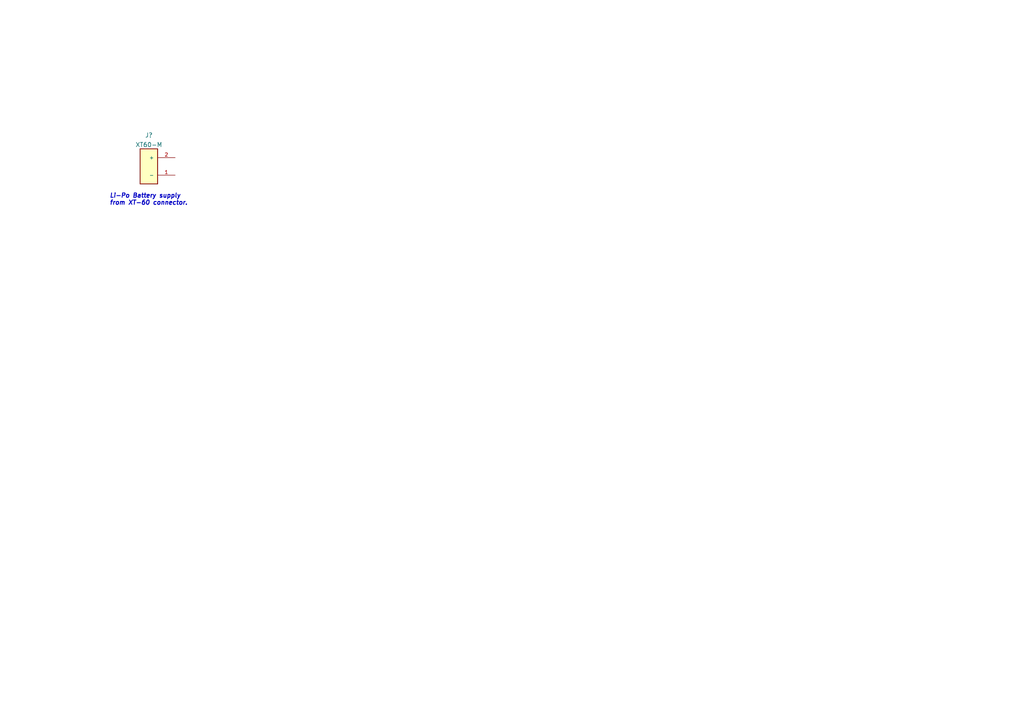
<source format=kicad_sch>
(kicad_sch (version 20211123) (generator eeschema)
  (paper "A4")
  (lib_symbols
    (symbol "XT60-M:XT60-M" (pin_names (offset 1.016))
      (property "Reference" "J" (at -2.54 5.715 0))
      (property "Value" "XT60-M" (at -2.794 -6.35 0))
      (symbol "XT60-M_0_0"
        (rectangle (start -2.54 -5.08) (end 2.54 5.08) (stroke (width 0.254)) (fill (type background)))
        (pin passive line (at -7.62 2.54 0) (length 5.08) (name "-") (number "1"))
        (pin passive line (at -7.62 -2.54 0) (length 5.08) (name "+") (number "2"))
      )
    )
  )
  (text "Li-Po Battery supply \nfrom XT-60 connector.\n" (at 31.75 59.69 0) (effects (font (size 1.27 1.27) (thickness 0.254) bold italic) (justify left bottom)))
  (symbol (lib_id "XT60-M:XT60-M") (at 43.18 48.26 180) (unit 1)
    (property "Reference" "J?" (at 43.18 39.2135 0))
    (property "Value" "XT60-M" (at 43.18 41.9886 0))
    (property "Footprint" "AMASS_XT60-M" (effects hide))
    (property "MANUFACTURER" "AMASS" (effects hide))
    (property "STANDARD" "IPC-7251" (effects hide))
    (property "PARTREV" "1.2" (effects hide))
  )
)
</source>
